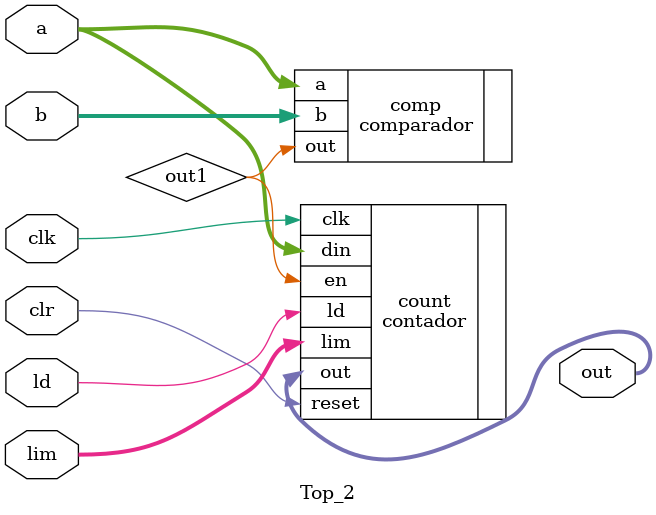
<source format=v>
`timescale 1ns / 1ps

module Top_2(
        input [7:0] a, b, lim,
        input clk, clr, ld,
        output [7:0] out
    );

    wire out1;
    comparador comp(.a(a), .b(b), .out(out1));
    contador count(.clk(clk), .ld(ld), .reset(clr), .en(out1), .lim(lim), .din(a), .out(out));

endmodule
</source>
